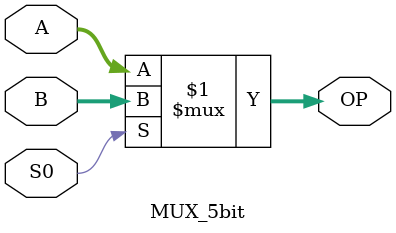
<source format=v>
`timescale 1ns/1ns
module MUX_5bit( S0 , A , B , OP);

 input S0;
 input [4:0]A; 
 input [4:0]B; 
 output [4:0]OP;

   assign OP = S0 ? B : A;

endmodule


</source>
